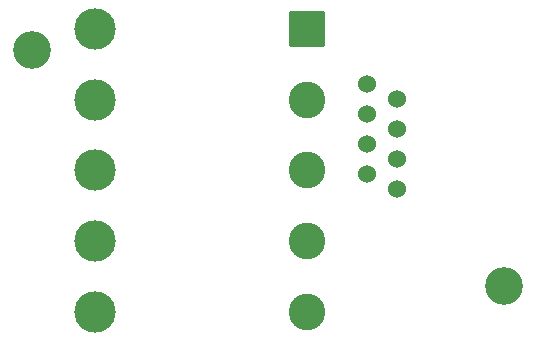
<source format=gbr>
%TF.GenerationSoftware,KiCad,Pcbnew,7.0.2*%
%TF.CreationDate,2023-05-10T12:42:33-04:00*%
%TF.ProjectId,StackLight,53746163-6b4c-4696-9768-742e6b696361,0.5*%
%TF.SameCoordinates,Original*%
%TF.FileFunction,Soldermask,Bot*%
%TF.FilePolarity,Negative*%
%FSLAX46Y46*%
G04 Gerber Fmt 4.6, Leading zero omitted, Abs format (unit mm)*
G04 Created by KiCad (PCBNEW 7.0.2) date 2023-05-10 12:42:33*
%MOMM*%
%LPD*%
G01*
G04 APERTURE LIST*
G04 Aperture macros list*
%AMRoundRect*
0 Rectangle with rounded corners*
0 $1 Rounding radius*
0 $2 $3 $4 $5 $6 $7 $8 $9 X,Y pos of 4 corners*
0 Add a 4 corners polygon primitive as box body*
4,1,4,$2,$3,$4,$5,$6,$7,$8,$9,$2,$3,0*
0 Add four circle primitives for the rounded corners*
1,1,$1+$1,$2,$3*
1,1,$1+$1,$4,$5*
1,1,$1+$1,$6,$7*
1,1,$1+$1,$8,$9*
0 Add four rect primitives between the rounded corners*
20,1,$1+$1,$2,$3,$4,$5,0*
20,1,$1+$1,$4,$5,$6,$7,0*
20,1,$1+$1,$6,$7,$8,$9,0*
20,1,$1+$1,$8,$9,$2,$3,0*%
G04 Aperture macros list end*
%ADD10C,3.100000*%
%ADD11RoundRect,0.249999X-1.300001X1.300001X-1.300001X-1.300001X1.300001X-1.300001X1.300001X1.300001X0*%
%ADD12C,3.500000*%
%ADD13C,3.200000*%
%ADD14C,1.524000*%
G04 APERTURE END LIST*
D10*
%TO.C,J2*%
X133350000Y-102200000D03*
X133350000Y-96200000D03*
X133350000Y-90200000D03*
X133350000Y-84200000D03*
D11*
X133350000Y-78200000D03*
D12*
X115350000Y-78200000D03*
X115350000Y-84200000D03*
X115350000Y-96200000D03*
X115350000Y-102200000D03*
X115350000Y-90200000D03*
%TD*%
D13*
%TO.C,H2*%
X150000000Y-100000000D03*
%TD*%
%TO.C,H1*%
X110000000Y-80000000D03*
%TD*%
D14*
%TO.C,J1*%
X140900000Y-91801000D03*
X138360000Y-90531000D03*
X140900000Y-89261000D03*
X138360000Y-87991000D03*
X140900000Y-86721000D03*
X138360000Y-85451000D03*
X140900000Y-84181000D03*
X138360000Y-82911000D03*
%TD*%
M02*

</source>
